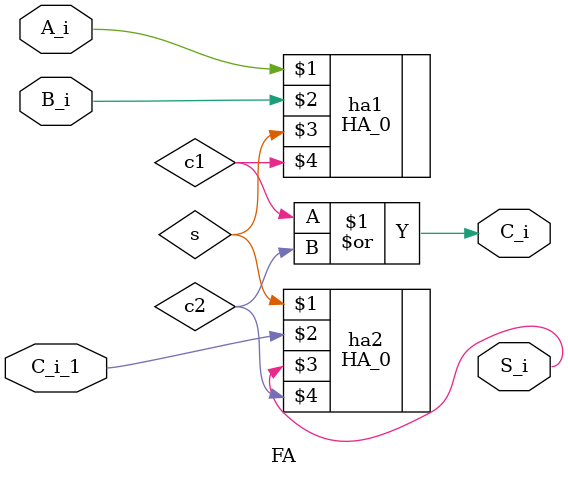
<source format=v>
`timescale 1ns / 1ps


module FA(
    input A_i,
    input B_i,
    input C_i_1,
    output S_i,
    output C_i
    );
    wire s, c1, c2;
    HA_0 ha1(A_i, B_i, s, c1);
    HA_0 ha2(s, C_i_1, S_i, c2);
    assign C_i = c1 | c2;
endmodule

</source>
